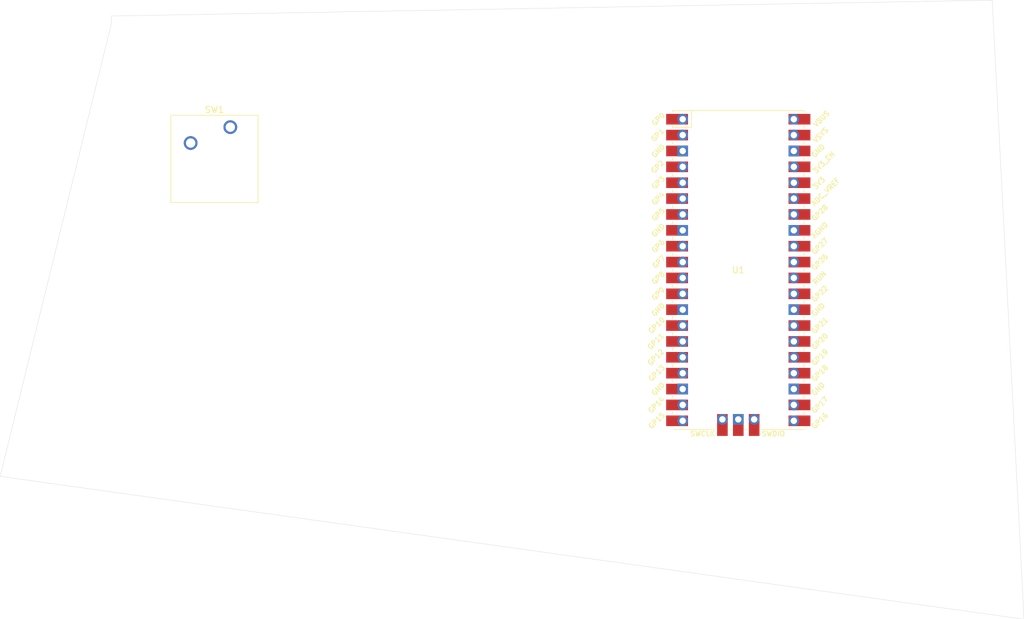
<source format=kicad_pcb>
(kicad_pcb (version 20221018) (generator pcbnew)
  (layers (0 "F.Cu" signal) (31 "B.Cu" signal) (34 "B.Paste" user) (35 "F.Paste" user) (36 "B.SilkS" user "B.Silkscreen") (37 "F.SilkS" user "F.Silkscreen") (38 "B.Mask" user) (39 "F.Mask" user) (44 "Edge.Cuts" user))
  (net 0 "")
  (net 1 "Net-(SW1-Pad1)")
  (net 2 "Net-(SW1-Pad2)")
  (net 3 "Net-(U1-Pad43)")
  (net 4 "Net-(U1-Pad42)")
  (net 5 "Net-(U1-Pad41)")
  (net 6 "Net-(U1-Pad21)")
  (net 7 "Net-(U1-Pad22)")
  (net 8 "Net-(U1-Pad23)")
  (net 9 "Net-(U1-Pad24)")
  (net 10 "Net-(U1-Pad25)")
  (net 11 "Net-(U1-Pad26)")
  (net 12 "Net-(U1-Pad27)")
  (net 13 "Net-(U1-Pad28)")
  (net 14 "Net-(U1-Pad29)")
  (net 15 "Net-(U1-Pad30)")
  (net 16 "Net-(U1-Pad31)")
  (net 17 "Net-(U1-Pad32)")
  (net 18 "Net-(U1-Pad33)")
  (net 19 "Net-(U1-Pad34)")
  (net 20 "Net-(U1-Pad35)")
  (net 21 "Net-(U1-Pad36)")
  (net 22 "Net-(U1-Pad37)")
  (net 23 "Net-(U1-Pad38)")
  (net 24 "Net-(U1-Pad39)")
  (net 25 "Net-(U1-Pad40)")
  (net 26 "Net-(U1-Pad20)")
  (net 27 "Net-(U1-Pad19)")
  (net 28 "Net-(U1-Pad18)")
  (net 29 "Net-(U1-Pad17)")
  (net 30 "Net-(U1-Pad16)")
  (net 31 "Net-(U1-Pad15)")
  (net 32 "Net-(U1-Pad14)")
  (net 33 "Net-(U1-Pad13)")
  (net 34 "Net-(U1-Pad12)")
  (net 35 "Net-(U1-Pad11)")
  (net 36 "Net-(U1-Pad10)")
  (net 37 "Net-(U1-Pad9)")
  (net 38 "Net-(U1-Pad8)")
  (net 39 "Net-(U1-Pad7)")
  (net 40 "Net-(U1-Pad6)")
  (net 41 "Net-(U1-Pad5)")
  (net 42 "Net-(U1-Pad4)")
  (net 43 "Net-(U1-Pad3)")
  (net 44 "Net-(U1-Pad2)")
  (footprint "Button_Switch_Keyboard:SW_Cherry_MX_1.00u_PCB" (layer "F.Cu") (at 77.47 55.88)
    (fp_text reference "SW1" (at -2.54 -2.794) (layer "F.SilkS"))
    (fp_text value "SW_Push")
    (fp_line (start -9.525 -1.905) (end 4.445 -1.905) (stroke (width 0.12)) (layer "F.SilkS"))
    (fp_line (start -9.525 12.065) (end -9.525 -1.905) (stroke (width 0.12)) (layer "F.SilkS"))
    (fp_line (start 4.445 -1.905) (end 4.445 12.065) (stroke (width 0.12)) (layer "F.SilkS"))
    (fp_line (start 4.445 12.065) (end -9.525 12.065) (stroke (width 0.12)) (layer "F.SilkS"))
    (pad "" np_thru_hole circle (at -7.62 5.08) (size 1.7 1.7) (drill 1.7) (layers "*.Cu" "*.Mask"))
    (pad "" np_thru_hole circle (at -2.54 5.08) (size 4 4) (drill 4) (layers "*.Cu" "*.Mask"))
    (pad "" np_thru_hole circle (at 2.54 5.08) (size 1.7 1.7) (drill 1.7) (layers "*.Cu" "*.Mask"))
    (pad "1" thru_hole circle (at 0 0) (size 2.2 2.2) (drill 1.5) (layers "*.Cu" "*.Mask") (net 1 "Net-(SW1-Pad1)"))
    (pad "2" thru_hole circle (at -6.35 2.54) (size 2.2 2.2) (drill 1.5) (layers "*.Cu" "*.Mask") (net 2 "Net-(SW1-Pad2)"))
  )
  (footprint "MCU_RaspberryPi_and_Boards:RPi_Pico_SMD_TH" (layer "F.Cu") (at 158.75 78.74)
    (fp_text reference "U1" (at 0 0) (layer "F.SilkS"))
    (fp_text value "Pico")
    (fp_text user "GND" (at -12.8 19.05 45) (layer "F.SilkS") (effects (font (size 0.8 0.8))))
    (fp_text user "AGND" (at 13.054 -6.35 45) (layer "F.SilkS") (effects (font (size 0.8 0.8))))
    (fp_text user "GP1" (at -12.9 -21.6 45) (layer "F.SilkS") (effects (font (size 0.8 0.8))))
    (fp_text user "GP7" (at -12.7 -1.3 45) (layer "F.SilkS") (effects (font (size 0.8 0.8))))
    (fp_text user "RUN" (at 13 1.27 45) (layer "F.SilkS") (effects (font (size 0.8 0.8))))
    (fp_text user "GP2" (at -12.9 -16.51 45) (layer "F.SilkS") (effects (font (size 0.8 0.8))))
    (fp_text user "3V3" (at 12.9 -13.9 45) (layer "F.SilkS") (effects (font (size 0.8 0.8))))
    (fp_text user "GP26" (at 13.054 -1.27 45) (layer "F.SilkS") (effects (font (size 0.8 0.8))))
    (fp_text user "GP4" (at -12.8 -11.43 45) (layer "F.SilkS") (effects (font (size 0.8 0.8))))
    (fp_text user "SWCLK" (at -5.7 26.2) (layer "F.SilkS") (effects (font (size 0.8 0.8))))
    (fp_text user "3V3_EN" (at 13.7 -17.2 45) (layer "F.SilkS") (effects (font (size 0.8 0.8))))
    (fp_text user "SWDIO" (at 5.6 26.2) (layer "F.SilkS") (effects (font (size 0.8 0.8))))
    (fp_text user "GP6" (at -12.8 -3.81 45) (layer "F.SilkS") (effects (font (size 0.8 0.8))))
    (fp_text user "GP18" (at 13.054 16.51 45) (layer "F.SilkS") (effects (font (size 0.8 0.8))))
    (fp_text user "GND" (at 12.8 -19.05 45) (layer "F.SilkS") (effects (font (size 0.8 0.8))))
    (fp_text user "VBUS" (at 13.3 -24.2 45) (layer "F.SilkS") (effects (font (size 0.8 0.8))))
    (fp_text user "GP16" (at 13.054 24.13 45) (layer "F.SilkS") (effects (font (size 0.8 0.8))))
    (fp_text user "ADC_VREF" (at 14 -12.5 45) (layer "F.SilkS") (effects (font (size 0.8 0.8))))
    (fp_text user "GP3" (at -12.8 -13.97 45) (layer "F.SilkS") (effects (font (size 0.8 0.8))))
    (fp_text user "GP12" (at -13.2 13.97 45) (layer "F.SilkS") (effects (font (size 0.8 0.8))))
    (fp_text user "GP28" (at 13.054 -9.144 45) (layer "F.SilkS") (effects (font (size 0.8 0.8))))
    (fp_text user "GP17" (at 13.054 21.59 45) (layer "F.SilkS") (effects (font (size 0.8 0.8))))
    (fp_text user "GND" (at -12.8 6.35 45) (layer "F.SilkS") (effects (font (size 0.8 0.8))))
    (fp_text user "GP10" (at -13.054 8.89 45) (layer "F.SilkS") (effects (font (size 0.8 0.8))))
    (fp_text user "GP9" (at -12.8 3.81 45) (layer "F.SilkS") (effects (font (size 0.8 0.8))))
    (fp_text user "GP11" (at -13.2 11.43 45) (layer "F.SilkS") (effects (font (size 0.8 0.8))))
    (fp_text user "GND" (at -12.8 -6.35 45) (layer "F.SilkS") (effects (font (size 0.8 0.8))))
    (fp_text user "GP14" (at -13.1 21.59 45) (layer "F.SilkS") (effects (font (size 0.8 0.8))))
    (fp_text user "GP5" (at -12.8 -8.89 45) (layer "F.SilkS") (effects (font (size 0.8 0.8))))
    (fp_text user "GP15" (at -13.054 24.13 45) (layer "F.SilkS") (effects (font (size 0.8 0.8))))
    (fp_text user "GND" (at 12.8 6.35 45) (layer "F.SilkS") (effects (font (size 0.8 0.8))))
    (fp_text user "GP20" (at 13.054 11.43 45) (layer "F.SilkS") (effects (font (size 0.8 0.8))))
    (fp_text user "GP21" (at 13.054 8.9 45) (layer "F.SilkS") (effects (font (size 0.8 0.8))))
    (fp_text user "GP22" (at 13.054 3.81 45) (layer "F.SilkS") (effects (font (size 0.8 0.8))))
    (fp_text user "GP8" (at -12.8 1.27 45) (layer "F.SilkS") (effects (font (size 0.8 0.8))))
    (fp_text user "VSYS" (at 13.2 -21.59 45) (layer "F.SilkS") (effects (font (size 0.8 0.8))))
    (fp_text user "GP27" (at 13.054 -3.8 45) (layer "F.SilkS") (effects (font (size 0.8 0.8))))
    (fp_text user "GP0" (at -12.8 -24.13 45) (layer "F.SilkS") (effects (font (size 0.8 0.8))))
    (fp_text user "GP19" (at 13.054 13.97 45) (layer "F.SilkS") (effects (font (size 0.8 0.8))))
    (fp_text user "GND" (at 12.8 19.05 45) (layer "F.SilkS") (effects (font (size 0.8 0.8))))
    (fp_text user "GND" (at -12.8 -19.05 45) (layer "F.SilkS") (effects (font (size 0.8 0.8))))
    (fp_text user "GP13" (at -13.054 16.51 45) (layer "F.SilkS") (effects (font (size 0.8 0.8))))
    (fp_line (start -10.5 -25.5) (end -10.5 -25.2) (stroke (width 0.12)) (layer "F.SilkS"))
    (fp_line (start -10.5 -25.5) (end 10.5 -25.5) (stroke (width 0.12)) (layer "F.SilkS"))
    (fp_line (start -10.5 -23.1) (end -10.5 -22.7) (stroke (width 0.12)) (layer "F.SilkS"))
    (fp_line (start -10.5 -22.833) (end -7.493 -22.833) (stroke (width 0.12)) (layer "F.SilkS"))
    (fp_line (start -10.5 -20.5) (end -10.5 -20.1) (stroke (width 0.12)) (layer "F.SilkS"))
    (fp_line (start -10.5 -18) (end -10.5 -17.6) (stroke (width 0.12)) (layer "F.SilkS"))
    (fp_line (start -10.5 -15.4) (end -10.5 -15) (stroke (width 0.12)) (layer "F.SilkS"))
    (fp_line (start -10.5 -12.9) (end -10.5 -12.5) (stroke (width 0.12)) (layer "F.SilkS"))
    (fp_line (start -10.5 -10.4) (end -10.5 -10) (stroke (width 0.12)) (layer "F.SilkS"))
    (fp_line (start -10.5 -7.8) (end -10.5 -7.4) (stroke (width 0.12)) (layer "F.SilkS"))
    (fp_line (start -10.5 -5.3) (end -10.5 -4.9) (stroke (width 0.12)) (layer "F.SilkS"))
    (fp_line (start -10.5 -2.7) (end -10.5 -2.3) (stroke (width 0.12)) (layer "F.SilkS"))
    (fp_line (start -10.5 -0.2) (end -10.5 0.2) (stroke (width 0.12)) (layer "F.SilkS"))
    (fp_line (start -10.5 2.3) (end -10.5 2.7) (stroke (width 0.12)) (layer "F.SilkS"))
    (fp_line (start -10.5 4.9) (end -10.5 5.3) (stroke (width 0.12)) (layer "F.SilkS"))
    (fp_line (start -10.5 7.4) (end -10.5 7.8) (stroke (width 0.12)) (layer "F.SilkS"))
    (fp_line (start -10.5 10) (end -10.5 10.4) (stroke (width 0.12)) (layer "F.SilkS"))
    (fp_line (start -10.5 12.5) (end -10.5 12.9) (stroke (width 0.12)) (layer "F.SilkS"))
    (fp_line (start -10.5 15.1) (end -10.5 15.5) (stroke (width 0.12)) (layer "F.SilkS"))
    (fp_line (start -10.5 17.6) (end -10.5 18) (stroke (width 0.12)) (layer "F.SilkS"))
    (fp_line (start -10.5 20.1) (end -10.5 20.5) (stroke (width 0.12)) (layer "F.SilkS"))
    (fp_line (start -10.5 22.7) (end -10.5 23.1) (stroke (width 0.12)) (layer "F.SilkS"))
    (fp_line (start -7.493 -22.833) (end -7.493 -25.5) (stroke (width 0.12)) (layer "F.SilkS"))
    (fp_line (start -3.7 25.5) (end -10.5 25.5) (stroke (width 0.12)) (layer "F.SilkS"))
    (fp_line (start -1.5 25.5) (end -1.1 25.5) (stroke (width 0.12)) (layer "F.SilkS"))
    (fp_line (start 1.1 25.5) (end 1.5 25.5) (stroke (width 0.12)) (layer "F.SilkS"))
    (fp_line (start 10.5 -25.5) (end 10.5 -25.2) (stroke (width 0.12)) (layer "F.SilkS"))
    (fp_line (start 10.5 -23.1) (end 10.5 -22.7) (stroke (width 0.12)) (layer "F.SilkS"))
    (fp_line (start 10.5 -20.5) (end 10.5 -20.1) (stroke (width 0.12)) (layer "F.SilkS"))
    (fp_line (start 10.5 -18) (end 10.5 -17.6) (stroke (width 0.12)) (layer "F.SilkS"))
    (fp_line (start 10.5 -15.4) (end 10.5 -15) (stroke (width 0.12)) (layer "F.SilkS"))
    (fp_line (start 10.5 -12.9) (end 10.5 -12.5) (stroke (width 0.12)) (layer "F.SilkS"))
    (fp_line (start 10.5 -10.4) (end 10.5 -10) (stroke (width 0.12)) (layer "F.SilkS"))
    (fp_line (start 10.5 -7.8) (end 10.5 -7.4) (stroke (width 0.12)) (layer "F.SilkS"))
    (fp_line (start 10.5 -5.3) (end 10.5 -4.9) (stroke (width 0.12)) (layer "F.SilkS"))
    (fp_line (start 10.5 -2.7) (end 10.5 -2.3) (stroke (width 0.12)) (layer "F.SilkS"))
    (fp_line (start 10.5 -0.2) (end 10.5 0.2) (stroke (width 0.12)) (layer "F.SilkS"))
    (fp_line (start 10.5 2.3) (end 10.5 2.7) (stroke (width 0.12)) (layer "F.SilkS"))
    (fp_line (start 10.5 4.9) (end 10.5 5.3) (stroke (width 0.12)) (layer "F.SilkS"))
    (fp_line (start 10.5 7.4) (end 10.5 7.8) (stroke (width 0.12)) (layer "F.SilkS"))
    (fp_line (start 10.5 10) (end 10.5 10.4) (stroke (width 0.12)) (layer "F.SilkS"))
    (fp_line (start 10.5 12.5) (end 10.5 12.9) (stroke (width 0.12)) (layer "F.SilkS"))
    (fp_line (start 10.5 15.1) (end 10.5 15.5) (stroke (width 0.12)) (layer "F.SilkS"))
    (fp_line (start 10.5 17.6) (end 10.5 18) (stroke (width 0.12)) (layer "F.SilkS"))
    (fp_line (start 10.5 20.1) (end 10.5 20.5) (stroke (width 0.12)) (layer "F.SilkS"))
    (fp_line (start 10.5 22.7) (end 10.5 23.1) (stroke (width 0.12)) (layer "F.SilkS"))
    (fp_line (start 10.5 25.5) (end 3.7 25.5) (stroke (width 0.12)) (layer "F.SilkS"))
    (pad "" np_thru_hole oval (at -2.725 -24) (size 1.8 1.8) (drill 1.8) (layers "*.Cu" "*.Mask"))
    (pad "" np_thru_hole oval (at -2.425 -20.97) (size 1.5 1.5) (drill 1.5) (layers "*.Cu" "*.Mask"))
    (pad "" np_thru_hole oval (at 2.425 -20.97) (size 1.5 1.5) (drill 1.5) (layers "*.Cu" "*.Mask"))
    (pad "" np_thru_hole oval (at 2.725 -24) (size 1.8 1.8) (drill 1.8) (layers "*.Cu" "*.Mask"))
    (pad "1" thru_hole oval (at -8.89 -24.13) (size 1.7 1.7) (drill 1.02) (layers "*.Cu" "*.Mask") (net 2 "Net-(SW1-Pad2)"))
    (pad "1" smd rect (at -8.89 -24.13) (size 3.5 1.7) (drill (offset -0.9 0)) (layers "F.Cu" "F.Mask") (net 2 "Net-(SW1-Pad2)"))
    (pad "2" thru_hole oval (at -8.89 -21.59) (size 1.7 1.7) (drill 1.02) (layers "*.Cu" "*.Mask") (net 44 "Net-(U1-Pad2)"))
    (pad "2" smd rect (at -8.89 -21.59) (size 3.5 1.7) (drill (offset -0.9 0)) (layers "F.Cu" "F.Mask") (net 44 "Net-(U1-Pad2)"))
    (pad "3" thru_hole rect (at -8.89 -19.05) (size 1.7 1.7) (drill 1.02) (layers "*.Cu" "*.Mask") (net 43 "Net-(U1-Pad3)"))
    (pad "3" smd rect (at -8.89 -19.05) (size 3.5 1.7) (drill (offset -0.9 0)) (layers "F.Cu" "F.Mask") (net 43 "Net-(U1-Pad3)"))
    (pad "4" thru_hole oval (at -8.89 -16.51) (size 1.7 1.7) (drill 1.02) (layers "*.Cu" "*.Mask") (net 42 "Net-(U1-Pad4)"))
    (pad "4" smd rect (at -8.89 -16.51) (size 3.5 1.7) (drill (offset -0.9 0)) (layers "F.Cu" "F.Mask") (net 42 "Net-(U1-Pad4)"))
    (pad "5" thru_hole oval (at -8.89 -13.97) (size 1.7 1.7) (drill 1.02) (layers "*.Cu" "*.Mask") (net 41 "Net-(U1-Pad5)"))
    (pad "5" smd rect (at -8.89 -13.97) (size 3.5 1.7) (drill (offset -0.9 0)) (layers "F.Cu" "F.Mask") (net 41 "Net-(U1-Pad5)"))
    (pad "6" thru_hole oval (at -8.89 -11.43) (size 1.7 1.7) (drill 1.02) (layers "*.Cu" "*.Mask") (net 40 "Net-(U1-Pad6)"))
    (pad "6" smd rect (at -8.89 -11.43) (size 3.5 1.7) (drill (offset -0.9 0)) (layers "F.Cu" "F.Mask") (net 40 "Net-(U1-Pad6)"))
    (pad "7" thru_hole oval (at -8.89 -8.89) (size 1.7 1.7) (drill 1.02) (layers "*.Cu" "*.Mask") (net 39 "Net-(U1-Pad7)"))
    (pad "7" smd rect (at -8.89 -8.89) (size 3.5 1.7) (drill (offset -0.9 0)) (layers "F.Cu" "F.Mask") (net 39 "Net-(U1-Pad7)"))
    (pad "8" thru_hole rect (at -8.89 -6.35) (size 1.7 1.7) (drill 1.02) (layers "*.Cu" "*.Mask") (net 38 "Net-(U1-Pad8)"))
    (pad "8" smd rect (at -8.89 -6.35) (size 3.5 1.7) (drill (offset -0.9 0)) (layers "F.Cu" "F.Mask") (net 38 "Net-(U1-Pad8)"))
    (pad "9" thru_hole oval (at -8.89 -3.81) (size 1.7 1.7) (drill 1.02) (layers "*.Cu" "*.Mask") (net 37 "Net-(U1-Pad9)"))
    (pad "9" smd rect (at -8.89 -3.81) (size 3.5 1.7) (drill (offset -0.9 0)) (layers "F.Cu" "F.Mask") (net 37 "Net-(U1-Pad9)"))
    (pad "10" thru_hole oval (at -8.89 -1.27) (size 1.7 1.7) (drill 1.02) (layers "*.Cu" "*.Mask") (net 36 "Net-(U1-Pad10)"))
    (pad "10" smd rect (at -8.89 -1.27) (size 3.5 1.7) (drill (offset -0.9 0)) (layers "F.Cu" "F.Mask") (net 36 "Net-(U1-Pad10)"))
    (pad "11" thru_hole oval (at -8.89 1.27) (size 1.7 1.7) (drill 1.02) (layers "*.Cu" "*.Mask") (net 35 "Net-(U1-Pad11)"))
    (pad "11" smd rect (at -8.89 1.27) (size 3.5 1.7) (drill (offset -0.9 0)) (layers "F.Cu" "F.Mask") (net 35 "Net-(U1-Pad11)"))
    (pad "12" thru_hole oval (at -8.89 3.81) (size 1.7 1.7) (drill 1.02) (layers "*.Cu" "*.Mask") (net 34 "Net-(U1-Pad12)"))
    (pad "12" smd rect (at -8.89 3.81) (size 3.5 1.7) (drill (offset -0.9 0)) (layers "F.Cu" "F.Mask") (net 34 "Net-(U1-Pad12)"))
    (pad "13" thru_hole rect (at -8.89 6.35) (size 1.7 1.7) (drill 1.02) (layers "*.Cu" "*.Mask") (net 33 "Net-(U1-Pad13)"))
    (pad "13" smd rect (at -8.89 6.35) (size 3.5 1.7) (drill (offset -0.9 0)) (layers "F.Cu" "F.Mask") (net 33 "Net-(U1-Pad13)"))
    (pad "14" thru_hole oval (at -8.89 8.89) (size 1.7 1.7) (drill 1.02) (layers "*.Cu" "*.Mask") (net 32 "Net-(U1-Pad14)"))
    (pad "14" smd rect (at -8.89 8.89) (size 3.5 1.7) (drill (offset -0.9 0)) (layers "F.Cu" "F.Mask") (net 32 "Net-(U1-Pad14)"))
    (pad "15" thru_hole oval (at -8.89 11.43) (size 1.7 1.7) (drill 1.02) (layers "*.Cu" "*.Mask") (net 31 "Net-(U1-Pad15)"))
    (pad "15" smd rect (at -8.89 11.43) (size 3.5 1.7) (drill (offset -0.9 0)) (layers "F.Cu" "F.Mask") (net 31 "Net-(U1-Pad15)"))
    (pad "16" thru_hole oval (at -8.89 13.97) (size 1.7 1.7) (drill 1.02) (layers "*.Cu" "*.Mask") (net 30 "Net-(U1-Pad16)"))
    (pad "16" smd rect (at -8.89 13.97) (size 3.5 1.7) (drill (offset -0.9 0)) (layers "F.Cu" "F.Mask") (net 30 "Net-(U1-Pad16)"))
    (pad "17" thru_hole oval (at -8.89 16.51) (size 1.7 1.7) (drill 1.02) (layers "*.Cu" "*.Mask") (net 29 "Net-(U1-Pad17)"))
    (pad "17" smd rect (at -8.89 16.51) (size 3.5 1.7) (drill (offset -0.9 0)) (layers "F.Cu" "F.Mask") (net 29 "Net-(U1-Pad17)"))
    (pad "18" thru_hole rect (at -8.89 19.05) (size 1.7 1.7) (drill 1.02) (layers "*.Cu" "*.Mask") (net 28 "Net-(U1-Pad18)"))
    (pad "18" smd rect (at -8.89 19.05) (size 3.5 1.7) (drill (offset -0.9 0)) (layers "F.Cu" "F.Mask") (net 28 "Net-(U1-Pad18)"))
    (pad "19" thru_hole oval (at -8.89 21.59) (size 1.7 1.7) (drill 1.02) (layers "*.Cu" "*.Mask") (net 27 "Net-(U1-Pad19)"))
    (pad "19" smd rect (at -8.89 21.59) (size 3.5 1.7) (drill (offset -0.9 0)) (layers "F.Cu" "F.Mask") (net 27 "Net-(U1-Pad19)"))
    (pad "20" thru_hole oval (at -8.89 24.13) (size 1.7 1.7) (drill 1.02) (layers "*.Cu" "*.Mask") (net 26 "Net-(U1-Pad20)"))
    (pad "20" smd rect (at -8.89 24.13) (size 3.5 1.7) (drill (offset -0.9 0)) (layers "F.Cu" "F.Mask") (net 26 "Net-(U1-Pad20)"))
    (pad "21" thru_hole oval (at 8.89 24.13) (size 1.7 1.7) (drill 1.02) (layers "*.Cu" "*.Mask") (net 6 "Net-(U1-Pad21)"))
    (pad "21" smd rect (at 8.89 24.13) (size 3.5 1.7) (drill (offset 0.9 0)) (layers "F.Cu" "F.Mask") (net 6 "Net-(U1-Pad21)"))
    (pad "22" thru_hole oval (at 8.89 21.59) (size 1.7 1.7) (drill 1.02) (layers "*.Cu" "*.Mask") (net 7 "Net-(U1-Pad22)"))
    (pad "22" smd rect (at 8.89 21.59) (size 3.5 1.7) (drill (offset 0.9 0)) (layers "F.Cu" "F.Mask") (net 7 "Net-(U1-Pad22)"))
    (pad "23" thru_hole rect (at 8.89 19.05) (size 1.7 1.7) (drill 1.02) (layers "*.Cu" "*.Mask") (net 8 "Net-(U1-Pad23)"))
    (pad "23" smd rect (at 8.89 19.05) (size 3.5 1.7) (drill (offset 0.9 0)) (layers "F.Cu" "F.Mask") (net 8 "Net-(U1-Pad23)"))
    (pad "24" thru_hole oval (at 8.89 16.51) (size 1.7 1.7) (drill 1.02) (layers "*.Cu" "*.Mask") (net 9 "Net-(U1-Pad24)"))
    (pad "24" smd rect (at 8.89 16.51) (size 3.5 1.7) (drill (offset 0.9 0)) (layers "F.Cu" "F.Mask") (net 9 "Net-(U1-Pad24)"))
    (pad "25" thru_hole oval (at 8.89 13.97) (size 1.7 1.7) (drill 1.02) (layers "*.Cu" "*.Mask") (net 10 "Net-(U1-Pad25)"))
    (pad "25" smd rect (at 8.89 13.97) (size 3.5 1.7) (drill (offset 0.9 0)) (layers "F.Cu" "F.Mask") (net 10 "Net-(U1-Pad25)"))
    (pad "26" thru_hole oval (at 8.89 11.43) (size 1.7 1.7) (drill 1.02) (layers "*.Cu" "*.Mask") (net 11 "Net-(U1-Pad26)"))
    (pad "26" smd rect (at 8.89 11.43) (size 3.5 1.7) (drill (offset 0.9 0)) (layers "F.Cu" "F.Mask") (net 11 "Net-(U1-Pad26)"))
    (pad "27" thru_hole oval (at 8.89 8.89) (size 1.7 1.7) (drill 1.02) (layers "*.Cu" "*.Mask") (net 12 "Net-(U1-Pad27)"))
    (pad "27" smd rect (at 8.89 8.89) (size 3.5 1.7) (drill (offset 0.9 0)) (layers "F.Cu" "F.Mask") (net 12 "Net-(U1-Pad27)"))
    (pad "28" thru_hole rect (at 8.89 6.35) (size 1.7 1.7) (drill 1.02) (layers "*.Cu" "*.Mask") (net 13 "Net-(U1-Pad28)"))
    (pad "28" smd rect (at 8.89 6.35) (size 3.5 1.7) (drill (offset 0.9 0)) (layers "F.Cu" "F.Mask") (net 13 "Net-(U1-Pad28)"))
    (pad "29" thru_hole oval (at 8.89 3.81) (size 1.7 1.7) (drill 1.02) (layers "*.Cu" "*.Mask") (net 14 "Net-(U1-Pad29)"))
    (pad "29" smd rect (at 8.89 3.81) (size 3.5 1.7) (drill (offset 0.9 0)) (layers "F.Cu" "F.Mask") (net 14 "Net-(U1-Pad29)"))
    (pad "30" thru_hole oval (at 8.89 1.27) (size 1.7 1.7) (drill 1.02) (layers "*.Cu" "*.Mask") (net 15 "Net-(U1-Pad30)"))
    (pad "30" smd rect (at 8.89 1.27) (size 3.5 1.7) (drill (offset 0.9 0)) (layers "F.Cu" "F.Mask") (net 15 "Net-(U1-Pad30)"))
    (pad "31" thru_hole oval (at 8.89 -1.27) (size 1.7 1.7) (drill 1.02) (layers "*.Cu" "*.Mask") (net 16 "Net-(U1-Pad31)"))
    (pad "31" smd rect (at 8.89 -1.27) (size 3.5 1.7) (drill (offset 0.9 0)) (layers "F.Cu" "F.Mask") (net 16 "Net-(U1-Pad31)"))
    (pad "32" thru_hole oval (at 8.89 -3.81) (size 1.7 1.7) (drill 1.02) (layers "*.Cu" "*.Mask") (net 17 "Net-(U1-Pad32)"))
    (pad "32" smd rect (at 8.89 -3.81) (size 3.5 1.7) (drill (offset 0.9 0)) (layers "F.Cu" "F.Mask") (net 17 "Net-(U1-Pad32)"))
    (pad "33" thru_hole rect (at 8.89 -6.35) (size 1.7 1.7) (drill 1.02) (layers "*.Cu" "*.Mask") (net 18 "Net-(U1-Pad33)"))
    (pad "33" smd rect (at 8.89 -6.35) (size 3.5 1.7) (drill (offset 0.9 0)) (layers "F.Cu" "F.Mask") (net 18 "Net-(U1-Pad33)"))
    (pad "34" thru_hole oval (at 8.89 -8.89) (size 1.7 1.7) (drill 1.02) (layers "*.Cu" "*.Mask") (net 19 "Net-(U1-Pad34)"))
    (pad "34" smd rect (at 8.89 -8.89) (size 3.5 1.7) (drill (offset 0.9 0)) (layers "F.Cu" "F.Mask") (net 19 "Net-(U1-Pad34)"))
    (pad "35" thru_hole oval (at 8.89 -11.43) (size 1.7 1.7) (drill 1.02) (layers "*.Cu" "*.Mask") (net 20 "Net-(U1-Pad35)"))
    (pad "35" smd rect (at 8.89 -11.43) (size 3.5 1.7) (drill (offset 0.9 0)) (layers "F.Cu" "F.Mask") (net 20 "Net-(U1-Pad35)"))
    (pad "36" thru_hole oval (at 8.89 -13.97) (size 1.7 1.7) (drill 1.02) (layers "*.Cu" "*.Mask") (net 21 "Net-(U1-Pad36)"))
    (pad "36" smd rect (at 8.89 -13.97) (size 3.5 1.7) (drill (offset 0.9 0)) (layers "F.Cu" "F.Mask") (net 21 "Net-(U1-Pad36)"))
    (pad "37" thru_hole oval (at 8.89 -16.51) (size 1.7 1.7) (drill 1.02) (layers "*.Cu" "*.Mask") (net 22 "Net-(U1-Pad37)"))
    (pad "37" smd rect (at 8.89 -16.51) (size 3.5 1.7) (drill (offset 0.9 0)) (layers "F.Cu" "F.Mask") (net 22 "Net-(U1-Pad37)"))
    (pad "38" thru_hole rect (at 8.89 -19.05) (size 1.7 1.7) (drill 1.02) (layers "*.Cu" "*.Mask") (net 23 "Net-(U1-Pad38)"))
    (pad "38" smd rect (at 8.89 -19.05) (size 3.5 1.7) (drill (offset 0.9 0)) (layers "F.Cu" "F.Mask") (net 23 "Net-(U1-Pad38)"))
    (pad "39" thru_hole oval (at 8.89 -21.59) (size 1.7 1.7) (drill 1.02) (layers "*.Cu" "*.Mask") (net 24 "Net-(U1-Pad39)"))
    (pad "39" smd rect (at 8.89 -21.59) (size 3.5 1.7) (drill (offset 0.9 0)) (layers "F.Cu" "F.Mask") (net 24 "Net-(U1-Pad39)"))
    (pad "40" thru_hole oval (at 8.89 -24.13) (size 1.7 1.7) (drill 1.02) (layers "*.Cu" "*.Mask") (net 25 "Net-(U1-Pad40)"))
    (pad "40" smd rect (at 8.89 -24.13) (size 3.5 1.7) (drill (offset 0.9 0)) (layers "F.Cu" "F.Mask") (net 25 "Net-(U1-Pad40)"))
    (pad "41" thru_hole oval (at -2.54 23.9) (size 1.7 1.7) (drill 1.02) (layers "*.Cu" "*.Mask") (net 5 "Net-(U1-Pad41)"))
    (pad "41" smd rect (at -2.54 23.9 90) (size 3.5 1.7) (drill (offset -0.9 0)) (layers "F.Cu" "F.Mask") (net 5 "Net-(U1-Pad41)"))
    (pad "42" thru_hole rect (at 0 23.9) (size 1.7 1.7) (drill 1.02) (layers "*.Cu" "*.Mask") (net 4 "Net-(U1-Pad42)"))
    (pad "42" smd rect (at 0 23.9 90) (size 3.5 1.7) (drill (offset -0.9 0)) (layers "F.Cu" "F.Mask") (net 4 "Net-(U1-Pad42)"))
    (pad "43" thru_hole oval (at 2.54 23.9) (size 1.7 1.7) (drill 1.02) (layers "*.Cu" "*.Mask") (net 3 "Net-(U1-Pad43)"))
    (pad "43" smd rect (at 2.54 23.9 90) (size 3.5 1.7) (drill (offset -0.9 0)) (layers "F.Cu" "F.Mask") (net 3 "Net-(U1-Pad43)"))
  )
  (gr_line (start 58.42 39.37) (end 58.42 38.1) (stroke (width 0.05)) (layer "Edge.Cuts"))
  (gr_line (start 58.42 38.1) (end 199.39 35.56) (stroke (width 0.05)) (layer "Edge.Cuts"))
  (gr_line (start 40.64 111.76) (end 58.42 39.37) (stroke (width 0.05)) (layer "Edge.Cuts"))
  (gr_line (start 204.47 134.62) (end 40.64 111.76) (stroke (width 0.05)) (layer "Edge.Cuts"))
  (gr_line (start 199.39 35.56) (end 204.47 134.62) (stroke (width 0.05)) (layer "Edge.Cuts"))
)
</source>
